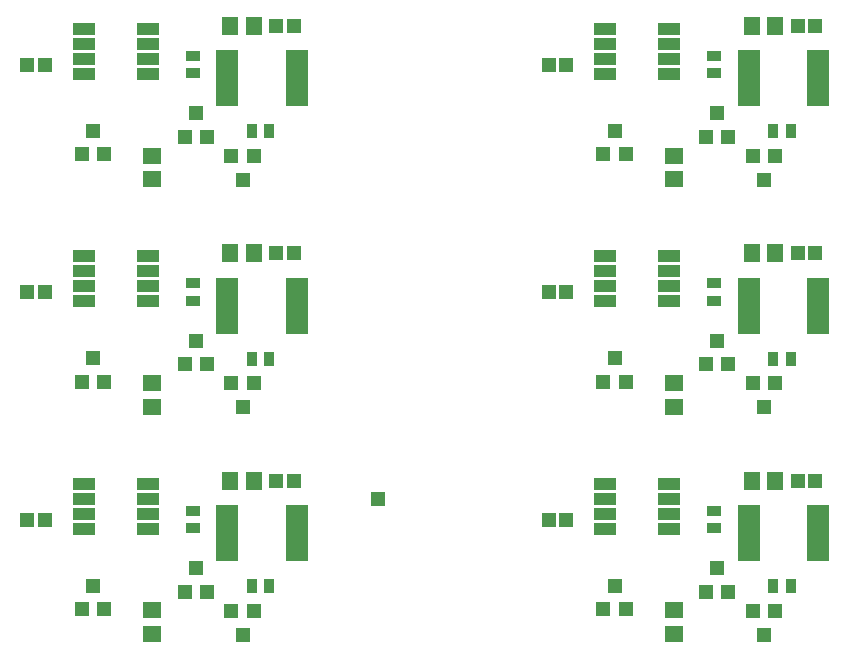
<source format=gts>
%MOIN*%
%OFA0B0*%
%FSLAX46Y46*%
%IPPOS*%
%LPD*%
%ADD10R,0.055118110236220472X0.064960629921259838*%
%ADD11R,0.064960629921259838X0.055118110236220472*%
%ADD12R,0.047244094488188976X0.0452755905511811*%
%ADD13O,0.082677165354330714X0.082677165354330714*%
%ADD14R,0.082677165354330714X0.082677165354330714*%
%ADD15O,0.17165354330708663X0.093700787401574809*%
%ADD16R,0.17165354330708663X0.093700787401574809*%
%ADD17R,0.051181102362204731X0.035433070866141732*%
%ADD18R,0.076771653543307089X0.03937007874015748*%
%ADD19R,0.047244094488188976X0.051181102362204731*%
%ADD20C,0.115748031496063*%
%ADD21R,0.072834645669291348X0.033464566929133861*%
%ADD22R,0.035433070866141732X0.051181102362204731*%
%ADD33R,0.055118110236220472X0.064960629921259838*%
%ADD34R,0.064960629921259838X0.055118110236220472*%
%ADD35R,0.047244094488188976X0.0452755905511811*%
%ADD36O,0.082677165354330714X0.082677165354330714*%
%ADD37R,0.082677165354330714X0.082677165354330714*%
%ADD38O,0.17165354330708663X0.093700787401574809*%
%ADD39R,0.17165354330708663X0.093700787401574809*%
%ADD40R,0.051181102362204731X0.035433070866141732*%
%ADD41R,0.076771653543307089X0.03937007874015748*%
%ADD42R,0.047244094488188976X0.051181102362204731*%
%ADD43C,0.115748031496063*%
%ADD44R,0.072834645669291348X0.033464566929133861*%
%ADD45R,0.035433070866141732X0.051181102362204731*%
%ADD56R,0.055118110236220472X0.064960629921259838*%
%ADD57R,0.064960629921259838X0.055118110236220472*%
%ADD58R,0.047244094488188976X0.0452755905511811*%
%ADD59O,0.082677165354330714X0.082677165354330714*%
%ADD60R,0.082677165354330714X0.082677165354330714*%
%ADD61O,0.17165354330708663X0.093700787401574809*%
%ADD62R,0.17165354330708663X0.093700787401574809*%
%ADD63R,0.051181102362204731X0.035433070866141732*%
%ADD64R,0.076771653543307089X0.03937007874015748*%
%ADD65R,0.047244094488188976X0.051181102362204731*%
%ADD66C,0.115748031496063*%
%ADD67R,0.072834645669291348X0.033464566929133861*%
%ADD68R,0.035433070866141732X0.051181102362204731*%
%ADD79R,0.055118110236220472X0.064960629921259838*%
%ADD80R,0.064960629921259838X0.055118110236220472*%
%ADD81R,0.047244094488188976X0.0452755905511811*%
%ADD82O,0.082677165354330714X0.082677165354330714*%
%ADD83R,0.082677165354330714X0.082677165354330714*%
%ADD84O,0.17165354330708663X0.093700787401574809*%
%ADD85R,0.17165354330708663X0.093700787401574809*%
%ADD86R,0.051181102362204731X0.035433070866141732*%
%ADD87R,0.076771653543307089X0.03937007874015748*%
%ADD88R,0.047244094488188976X0.051181102362204731*%
%ADD89C,0.115748031496063*%
%ADD90R,0.072834645669291348X0.033464566929133861*%
%ADD91R,0.035433070866141732X0.051181102362204731*%
%ADD102R,0.055118110236220472X0.064960629921259838*%
%ADD103R,0.064960629921259838X0.055118110236220472*%
%ADD104R,0.047244094488188976X0.0452755905511811*%
%ADD105O,0.082677165354330714X0.082677165354330714*%
%ADD106R,0.082677165354330714X0.082677165354330714*%
%ADD107O,0.17165354330708663X0.093700787401574809*%
%ADD108R,0.17165354330708663X0.093700787401574809*%
%ADD109R,0.051181102362204731X0.035433070866141732*%
%ADD110R,0.076771653543307089X0.03937007874015748*%
%ADD111R,0.047244094488188976X0.051181102362204731*%
%ADD112C,0.115748031496063*%
%ADD113R,0.072834645669291348X0.033464566929133861*%
%ADD114R,0.035433070866141732X0.051181102362204731*%
%ADD125R,0.055118110236220472X0.064960629921259838*%
%ADD126R,0.064960629921259838X0.055118110236220472*%
%ADD127R,0.047244094488188976X0.0452755905511811*%
%ADD128O,0.082677165354330714X0.082677165354330714*%
%ADD129R,0.082677165354330714X0.082677165354330714*%
%ADD130O,0.17165354330708663X0.093700787401574809*%
%ADD131R,0.17165354330708663X0.093700787401574809*%
%ADD132R,0.051181102362204731X0.035433070866141732*%
%ADD133R,0.076771653543307089X0.03937007874015748*%
%ADD134R,0.047244094488188976X0.051181102362204731*%
%ADD135C,0.115748031496063*%
%ADD136R,0.072834645669291348X0.033464566929133861*%
%ADD137R,0.035433070866141732X0.051181102362204731*%
%LPD*%
G01*
D10*
X0001592109Y0001402110D02*
X0002494740Y0001328110D03*
X0002573480Y0001328110D03*
D11*
X0002235610Y0000894979D03*
X0002235610Y0000816240D03*
D12*
X0001877637Y0001198110D03*
X0001818582Y0001198110D03*
D17*
X0002370110Y0001227637D03*
X0002370110Y0001168582D03*
D18*
X0002219409Y0001318110D03*
X0002219409Y0001268110D03*
X0002219409Y0001218110D03*
X0002219409Y0001168110D03*
X0002006811Y0001168110D03*
X0002006811Y0001218110D03*
X0002006811Y0001268110D03*
X0002006811Y0001318110D03*
D12*
X0002707165Y0001328110D03*
X0002648110Y0001328110D03*
D19*
X0002038110Y0000977480D03*
X0002075511Y0000898740D03*
X0002000708Y0000898740D03*
D19*
X0002380110Y0001035480D03*
X0002417511Y0000956740D03*
X0002342708Y0000956740D03*
D21*
X0002716752Y0001229881D03*
X0002716752Y0001204291D03*
X0002716752Y0001178700D03*
X0002716752Y0001153110D03*
X0002716752Y0001127519D03*
X0002716752Y0001101929D03*
X0002716752Y0001076338D03*
X0002484468Y0001076338D03*
X0002484468Y0001101929D03*
X0002484468Y0001127519D03*
X0002484468Y0001153110D03*
X0002484468Y0001178700D03*
X0002484468Y0001204291D03*
X0002484468Y0001229881D03*
D22*
X0002625637Y0000976110D03*
X0002566582Y0000976110D03*
D19*
X0002536110Y0000814739D03*
X0002498708Y0000893480D03*
X0002573511Y0000893480D03*
G01*
D33*
X0001592109Y0002160220D02*
X0002494740Y0002086220D03*
X0002573480Y0002086220D03*
D34*
X0002235610Y0001653090D03*
X0002235610Y0001574350D03*
D35*
X0001877637Y0001956220D03*
X0001818582Y0001956220D03*
D40*
X0002370110Y0001985747D03*
X0002370110Y0001926692D03*
D41*
X0002219409Y0002076220D03*
X0002219409Y0002026220D03*
X0002219409Y0001976220D03*
X0002219409Y0001926220D03*
X0002006811Y0001926220D03*
X0002006811Y0001976220D03*
X0002006811Y0002026220D03*
X0002006811Y0002076220D03*
D35*
X0002707165Y0002086220D03*
X0002648110Y0002086220D03*
D42*
X0002038110Y0001735590D03*
X0002075511Y0001656849D03*
X0002000708Y0001656849D03*
D42*
X0002380110Y0001793589D03*
X0002417511Y0001714850D03*
X0002342708Y0001714850D03*
D44*
X0002716752Y0001987992D03*
X0002716752Y0001962401D03*
X0002716752Y0001936810D03*
X0002716752Y0001911220D03*
X0002716752Y0001885629D03*
X0002716752Y0001860038D03*
X0002716752Y0001834448D03*
X0002484468Y0001834448D03*
X0002484468Y0001860038D03*
X0002484468Y0001885629D03*
X0002484468Y0001911220D03*
X0002484468Y0001936810D03*
X0002484468Y0001962401D03*
X0002484468Y0001987992D03*
D45*
X0002625637Y0001734220D03*
X0002566582Y0001734220D03*
D42*
X0002536110Y0001572850D03*
X0002498708Y0001651590D03*
X0002573511Y0001651590D03*
G04 next file*
%LPD*%
G01*
D56*
X-0000146000Y0000643999D02*
X0000756629Y0000569999D03*
X0000835370Y0000569999D03*
D57*
X0000497499Y0000136870D03*
X0000497499Y0000058129D03*
D58*
X0000139527Y0000439999D03*
X0000080471Y0000439999D03*
X0001249999Y0000509999D03*
D63*
X0000631999Y0000469527D03*
X0000631999Y0000410472D03*
D64*
X0000481299Y0000559999D03*
X0000481299Y0000509999D03*
X0000481299Y0000459999D03*
X0000481299Y0000409999D03*
X0000268700Y0000409999D03*
X0000268700Y0000459999D03*
X0000268700Y0000509999D03*
X0000268700Y0000559999D03*
D58*
X0000969055Y0000569999D03*
X0000909999Y0000569999D03*
D65*
X0000299999Y0000219370D03*
X0000337401Y0000140629D03*
X0000262598Y0000140629D03*
D65*
X0000641998Y0000277370D03*
X0000679400Y0000198629D03*
X0000604598Y0000198629D03*
D67*
X0000978641Y0000471770D03*
X0000978641Y0000446181D03*
X0000978641Y0000420590D03*
X0000978641Y0000394999D03*
X0000978641Y0000369409D03*
X0000978641Y0000343818D03*
X0000978641Y0000318228D03*
X0000746358Y0000318228D03*
X0000746358Y0000343818D03*
X0000746358Y0000369409D03*
X0000746358Y0000394999D03*
X0000746358Y0000420590D03*
X0000746358Y0000446181D03*
X0000746358Y0000471770D03*
D68*
X0000887527Y0000217998D03*
X0000828472Y0000217998D03*
D65*
X0000797999Y0000056628D03*
X0000760598Y0000135370D03*
X0000835401Y0000135370D03*
G01*
D79*
X-0000146000Y0001402110D02*
X0000756629Y0001328110D03*
X0000835370Y0001328110D03*
D80*
X0000497499Y0000894979D03*
X0000497499Y0000816240D03*
D81*
X0000139527Y0001198110D03*
X0000080471Y0001198110D03*
D86*
X0000631999Y0001227637D03*
X0000631999Y0001168582D03*
D87*
X0000481299Y0001318110D03*
X0000481299Y0001268110D03*
X0000481299Y0001218110D03*
X0000481299Y0001168110D03*
X0000268700Y0001168110D03*
X0000268700Y0001218110D03*
X0000268700Y0001268110D03*
X0000268700Y0001318110D03*
D81*
X0000969055Y0001328110D03*
X0000909999Y0001328110D03*
D88*
X0000299999Y0000977480D03*
X0000337401Y0000898740D03*
X0000262598Y0000898740D03*
D88*
X0000641998Y0001035480D03*
X0000679400Y0000956740D03*
X0000604598Y0000956740D03*
D90*
X0000978641Y0001229881D03*
X0000978641Y0001204291D03*
X0000978641Y0001178700D03*
X0000978641Y0001153110D03*
X0000978641Y0001127519D03*
X0000978641Y0001101929D03*
X0000978641Y0001076338D03*
X0000746358Y0001076338D03*
X0000746358Y0001101929D03*
X0000746358Y0001127519D03*
X0000746358Y0001153110D03*
X0000746358Y0001178700D03*
X0000746358Y0001204291D03*
X0000746358Y0001229881D03*
D91*
X0000887527Y0000976110D03*
X0000828472Y0000976110D03*
D88*
X0000797999Y0000814739D03*
X0000760598Y0000893480D03*
X0000835401Y0000893480D03*
G04 next file*
G01*
D102*
X-0000146000Y0002160220D02*
X0000756629Y0002086220D03*
X0000835370Y0002086220D03*
D103*
X0000497499Y0001653090D03*
X0000497499Y0001574350D03*
D104*
X0000139527Y0001956220D03*
X0000080471Y0001956220D03*
D109*
X0000631999Y0001985747D03*
X0000631999Y0001926692D03*
D110*
X0000481299Y0002076220D03*
X0000481299Y0002026220D03*
X0000481299Y0001976220D03*
X0000481299Y0001926220D03*
X0000268700Y0001926220D03*
X0000268700Y0001976220D03*
X0000268700Y0002026220D03*
X0000268700Y0002076220D03*
D104*
X0000969055Y0002086220D03*
X0000909999Y0002086220D03*
D111*
X0000299999Y0001735590D03*
X0000337401Y0001656848D03*
X0000262598Y0001656848D03*
D111*
X0000641998Y0001793589D03*
X0000679400Y0001714850D03*
X0000604598Y0001714850D03*
D113*
X0000978641Y0001987992D03*
X0000978641Y0001962401D03*
X0000978641Y0001936810D03*
X0000978641Y0001911220D03*
X0000978641Y0001885629D03*
X0000978641Y0001860038D03*
X0000978641Y0001834448D03*
X0000746358Y0001834448D03*
X0000746358Y0001860038D03*
X0000746358Y0001885629D03*
X0000746358Y0001911220D03*
X0000746358Y0001936810D03*
X0000746358Y0001962401D03*
X0000746358Y0001987992D03*
D114*
X0000887527Y0001734220D03*
X0000828472Y0001734220D03*
D111*
X0000797999Y0001572850D03*
X0000760598Y0001651590D03*
X0000835401Y0001651590D03*
G04 next file*
G04 #@! TF.GenerationSoftware,KiCad,Pcbnew,(2018-02-16 revision c95340fba)-makepkg*
G04 #@! TF.CreationDate,2018-05-26T17:23:00+02:00*
G04 #@! TF.ProjectId,lin_bb,6C696E5F62622E6B696361645F706362,rev?*
G04 #@! TF.SameCoordinates,PX7d54dd0PY6718300*
G04 #@! TF.FileFunction,Soldermask,Top*
G04 #@! TF.FilePolarity,Negative*
G04 Gerber Fmt 4.6, Leading zero omitted, Abs format (unit mm)*
G04 Created by KiCad (PCBNEW (2018-02-16 revision c95340fba)-makepkg) date 05/26/18 17:23:00*
G01*
G04 APERTURE LIST*
G04 APERTURE END LIST*
D125*
X0001592109Y0000643999D02*
X0002494740Y0000569999D03*
X0002573480Y0000569999D03*
D126*
X0002235610Y0000136870D03*
X0002235610Y0000058129D03*
D127*
X0001877637Y0000439999D03*
X0001818582Y0000439999D03*
D132*
X0002370110Y0000469527D03*
X0002370110Y0000410472D03*
D133*
X0002219409Y0000559999D03*
X0002219409Y0000509999D03*
X0002219409Y0000459999D03*
X0002219409Y0000409999D03*
X0002006811Y0000409999D03*
X0002006811Y0000459999D03*
X0002006811Y0000509999D03*
X0002006811Y0000559999D03*
D127*
X0002707165Y0000569999D03*
X0002648110Y0000569999D03*
D134*
X0002038110Y0000219370D03*
X0002075511Y0000140629D03*
X0002000708Y0000140629D03*
D134*
X0002380110Y0000277370D03*
X0002417511Y0000198629D03*
X0002342708Y0000198629D03*
D136*
X0002716752Y0000471770D03*
X0002716752Y0000446181D03*
X0002716752Y0000420590D03*
X0002716752Y0000394999D03*
X0002716752Y0000369409D03*
X0002716752Y0000343818D03*
X0002716752Y0000318228D03*
X0002484468Y0000318228D03*
X0002484468Y0000343818D03*
X0002484468Y0000369409D03*
X0002484468Y0000394999D03*
X0002484468Y0000420590D03*
X0002484468Y0000446181D03*
X0002484468Y0000471770D03*
D137*
X0002625637Y0000217998D03*
X0002566582Y0000217998D03*
D134*
X0002536110Y0000056628D03*
X0002498708Y0000135370D03*
X0002573511Y0000135370D03*
M02*
</source>
